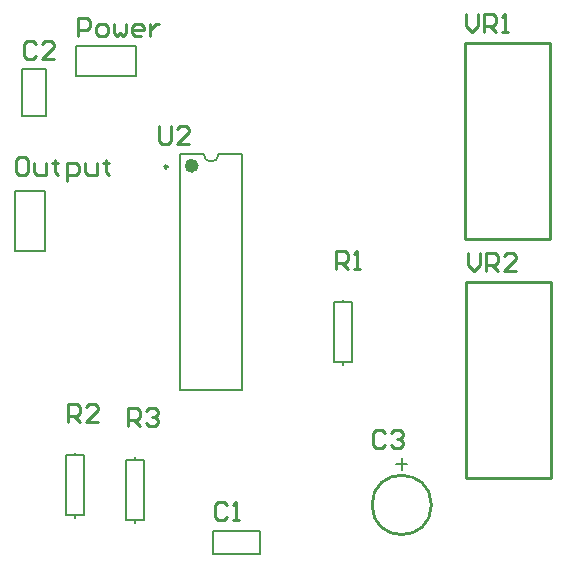
<source format=gto>
G04 Layer_Color=65535*
%FSAX25Y25*%
%MOIN*%
G70*
G01*
G75*
%ADD17C,0.00787*%
%ADD18C,0.00984*%
%ADD19C,0.02362*%
%ADD20C,0.01000*%
%ADD21C,0.00591*%
D17*
X0270480Y0444488D02*
G03*
X0275480Y0444488I0002500J0000000D01*
G01*
X0217925Y0457126D02*
Y0472783D01*
X0210063D02*
X0217925D01*
X0210063Y0457126D02*
Y0472783D01*
Y0457126D02*
X0217925D01*
X0262547Y0365748D02*
Y0444488D01*
X0283413Y0365748D02*
Y0444488D01*
X0262547D02*
X0270480D01*
X0275480D02*
X0283413D01*
X0262547Y0365748D02*
X0283413D01*
X0273717Y0318925D02*
X0289374D01*
X0273717Y0311063D02*
Y0318925D01*
Y0311063D02*
X0289374D01*
Y0318925D01*
X0317000Y0395000D02*
Y0395900D01*
Y0374100D02*
Y0375000D01*
Y0395000D02*
X0320000D01*
Y0375000D02*
Y0395000D01*
X0314000Y0375000D02*
X0320000D01*
X0314000D02*
Y0395000D01*
X0317000D01*
X0247500Y0342500D02*
Y0343400D01*
Y0321600D02*
Y0322500D01*
Y0342500D02*
X0250500D01*
Y0322500D02*
Y0342500D01*
X0244500Y0322500D02*
X0250500D01*
X0244500D02*
Y0342500D01*
X0247500D01*
X0227500Y0344000D02*
Y0344900D01*
Y0323100D02*
Y0324000D01*
Y0344000D02*
X0230500D01*
Y0324000D02*
Y0344000D01*
X0224500Y0324000D02*
X0230500D01*
X0224500D02*
Y0344000D01*
X0227500D01*
X0217500Y0412000D02*
Y0432000D01*
X0207500D02*
X0217500D01*
X0207500Y0412000D02*
Y0432000D01*
Y0412000D02*
X0217500D01*
X0228000Y0480500D02*
X0248000D01*
X0228000Y0470500D02*
Y0480500D01*
Y0470500D02*
X0248000D01*
Y0480500D01*
D18*
X0258472Y0440236D02*
G03*
X0258472Y0440236I-0000492J0000000D01*
G01*
D19*
X0267665Y0440551D02*
G03*
X0267665Y0440551I-0001181J0000000D01*
G01*
D20*
X0346399Y0327500D02*
G03*
X0346399Y0327500I-0009900J0000000D01*
G01*
X0357500Y0481354D02*
X0385846D01*
Y0416000D02*
Y0481354D01*
X0357500Y0416000D02*
Y0481354D01*
Y0416000D02*
X0385846D01*
X0358000Y0401854D02*
X0386346D01*
Y0336500D02*
Y0401854D01*
X0358000Y0336500D02*
Y0401854D01*
Y0336500D02*
X0386346D01*
X0278349Y0327348D02*
X0277349Y0328348D01*
X0275350D01*
X0274350Y0327348D01*
Y0323350D01*
X0275350Y0322350D01*
X0277349D01*
X0278349Y0323350D01*
X0280348Y0322350D02*
X0282347D01*
X0281348D01*
Y0328348D01*
X0280348Y0327348D01*
X0214699Y0481198D02*
X0213699Y0482198D01*
X0211700D01*
X0210700Y0481198D01*
Y0477200D01*
X0211700Y0476200D01*
X0213699D01*
X0214699Y0477200D01*
X0220697Y0476200D02*
X0216698D01*
X0220697Y0480199D01*
Y0481198D01*
X0219697Y0482198D01*
X0217698D01*
X0216698Y0481198D01*
X0331099Y0351598D02*
X0330099Y0352598D01*
X0328100D01*
X0327100Y0351598D01*
Y0347600D01*
X0328100Y0346600D01*
X0330099D01*
X0331099Y0347600D01*
X0333098Y0351598D02*
X0334098Y0352598D01*
X0336097D01*
X0337097Y0351598D01*
Y0350599D01*
X0336097Y0349599D01*
X0335097D01*
X0336097D01*
X0337097Y0348599D01*
Y0347600D01*
X0336097Y0346600D01*
X0334098D01*
X0333098Y0347600D01*
X0211099Y0443398D02*
X0209100D01*
X0208100Y0442398D01*
Y0438400D01*
X0209100Y0437400D01*
X0211099D01*
X0212099Y0438400D01*
Y0442398D01*
X0211099Y0443398D01*
X0214098Y0441399D02*
Y0438400D01*
X0215098Y0437400D01*
X0218097D01*
Y0441399D01*
X0221096Y0442398D02*
Y0441399D01*
X0220096D01*
X0222095D01*
X0221096D01*
Y0438400D01*
X0222095Y0437400D01*
X0225095Y0435401D02*
Y0441399D01*
X0228094D01*
X0229093Y0440399D01*
Y0438400D01*
X0228094Y0437400D01*
X0225095D01*
X0231093Y0441399D02*
Y0438400D01*
X0232092Y0437400D01*
X0235091D01*
Y0441399D01*
X0238090Y0442398D02*
Y0441399D01*
X0237091D01*
X0239090D01*
X0238090D01*
Y0438400D01*
X0239090Y0437400D01*
X0228600Y0483900D02*
Y0489898D01*
X0231599D01*
X0232599Y0488898D01*
Y0486899D01*
X0231599Y0485899D01*
X0228600D01*
X0235598Y0483900D02*
X0237597D01*
X0238597Y0484900D01*
Y0486899D01*
X0237597Y0487899D01*
X0235598D01*
X0234598Y0486899D01*
Y0484900D01*
X0235598Y0483900D01*
X0240596Y0487899D02*
Y0484900D01*
X0241596Y0483900D01*
X0242596Y0484900D01*
X0243595Y0483900D01*
X0244595Y0484900D01*
Y0487899D01*
X0249593Y0483900D02*
X0247594D01*
X0246594Y0484900D01*
Y0486899D01*
X0247594Y0487899D01*
X0249593D01*
X0250593Y0486899D01*
Y0485899D01*
X0246594D01*
X0252592Y0487899D02*
Y0483900D01*
Y0485899D01*
X0253592Y0486899D01*
X0254592Y0487899D01*
X0255591D01*
X0314600Y0406200D02*
Y0412198D01*
X0317599D01*
X0318599Y0411198D01*
Y0409199D01*
X0317599Y0408199D01*
X0314600D01*
X0316599D02*
X0318599Y0406200D01*
X0320598D02*
X0322597D01*
X0321598D01*
Y0412198D01*
X0320598Y0411198D01*
X0225150Y0355150D02*
Y0361148D01*
X0228149D01*
X0229149Y0360148D01*
Y0358149D01*
X0228149Y0357149D01*
X0225150D01*
X0227149D02*
X0229149Y0355150D01*
X0235147D02*
X0231148D01*
X0235147Y0359149D01*
Y0360148D01*
X0234147Y0361148D01*
X0232148D01*
X0231148Y0360148D01*
X0245150Y0353650D02*
Y0359648D01*
X0248149D01*
X0249149Y0358648D01*
Y0356649D01*
X0248149Y0355649D01*
X0245150D01*
X0247149D02*
X0249149Y0353650D01*
X0251148Y0358648D02*
X0252148Y0359648D01*
X0254147D01*
X0255147Y0358648D01*
Y0357649D01*
X0254147Y0356649D01*
X0253147D01*
X0254147D01*
X0255147Y0355649D01*
Y0354650D01*
X0254147Y0353650D01*
X0252148D01*
X0251148Y0354650D01*
X0255650Y0453848D02*
Y0448850D01*
X0256650Y0447850D01*
X0258649D01*
X0259649Y0448850D01*
Y0453848D01*
X0265647Y0447850D02*
X0261648D01*
X0265647Y0451849D01*
Y0452848D01*
X0264647Y0453848D01*
X0262648D01*
X0261648Y0452848D01*
X0358000Y0490998D02*
Y0486999D01*
X0359999Y0485000D01*
X0361999Y0486999D01*
Y0490998D01*
X0363998Y0485000D02*
Y0490998D01*
X0366997D01*
X0367997Y0489998D01*
Y0487999D01*
X0366997Y0486999D01*
X0363998D01*
X0365997D02*
X0367997Y0485000D01*
X0369996D02*
X0371995D01*
X0370996D01*
Y0490998D01*
X0369996Y0489998D01*
X0358500Y0411498D02*
Y0407499D01*
X0360499Y0405500D01*
X0362499Y0407499D01*
Y0411498D01*
X0364498Y0405500D02*
Y0411498D01*
X0367497D01*
X0368497Y0410498D01*
Y0408499D01*
X0367497Y0407499D01*
X0364498D01*
X0366497D02*
X0368497Y0405500D01*
X0374495D02*
X0370496D01*
X0374495Y0409499D01*
Y0410498D01*
X0373495Y0411498D01*
X0371496D01*
X0370496Y0410498D01*
D21*
X0336452Y0343000D02*
Y0339064D01*
X0338420Y0341032D02*
X0334484D01*
M02*

</source>
